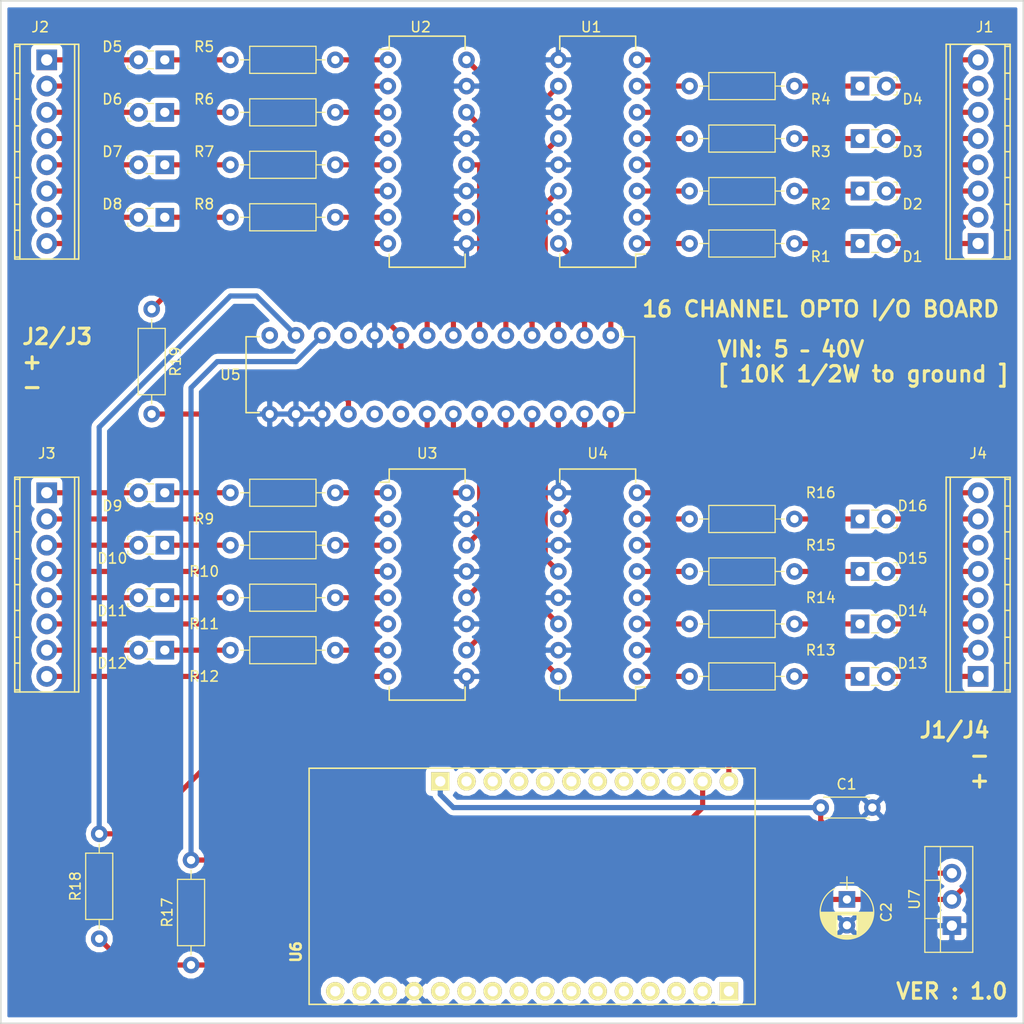
<source format=kicad_pcb>
(kicad_pcb (version 4) (host pcbnew 4.0.7)
  (layers (0 F.Cu signal) (31 B.Cu signal) (34 B.Paste user) (35 F.Paste user) (36 B.SilkS user) (37 F.SilkS user) (38 B.Mask user) (39 F.Mask user) (44 Edge.Cuts user))
  (net 0 "")
  (net 1 "Net-(D1-Pad1)")
  (net 2 "Net-(D1-Pad2)")
  (net 3 "Net-(D2-Pad1)")
  (net 4 "Net-(D2-Pad2)")
  (net 5 "Net-(D3-Pad1)")
  (net 6 "Net-(D3-Pad2)")
  (net 7 "Net-(D4-Pad1)")
  (net 8 "Net-(D4-Pad2)")
  (net 9 "Net-(R1-Pad1)")
  (net 10 "Net-(R2-Pad1)")
  (net 11 "Net-(R3-Pad1)")
  (net 12 "Net-(R4-Pad1)")
  (net 13 "Net-(J1-Pad2)")
  (net 14 "Net-(J1-Pad4)")
  (net 15 "Net-(J1-Pad6)")
  (net 16 "Net-(J1-Pad8)")
  (net 17 GNDD)
  (net 18 "Net-(U1-Pad10)")
  (net 19 "Net-(U1-Pad12)")
  (net 20 "Net-(U1-Pad14)")
  (net 21 "Net-(U1-Pad16)")
  (net 22 "Net-(R5-Pad1)")
  (net 23 "Net-(J2-Pad2)")
  (net 24 "Net-(R6-Pad1)")
  (net 25 "Net-(J2-Pad4)")
  (net 26 "Net-(R7-Pad1)")
  (net 27 "Net-(J2-Pad6)")
  (net 28 "Net-(R8-Pad1)")
  (net 29 "Net-(J2-Pad8)")
  (net 30 "Net-(U2-Pad10)")
  (net 31 "Net-(U2-Pad12)")
  (net 32 "Net-(U2-Pad14)")
  (net 33 "Net-(U2-Pad16)")
  (net 34 "Net-(R9-Pad1)")
  (net 35 "Net-(J3-Pad2)")
  (net 36 "Net-(R10-Pad1)")
  (net 37 "Net-(J3-Pad4)")
  (net 38 "Net-(R11-Pad1)")
  (net 39 "Net-(J3-Pad6)")
  (net 40 "Net-(R12-Pad1)")
  (net 41 "Net-(J3-Pad8)")
  (net 42 "Net-(U3-Pad10)")
  (net 43 "Net-(U3-Pad12)")
  (net 44 "Net-(U3-Pad14)")
  (net 45 "Net-(U3-Pad16)")
  (net 46 "Net-(R13-Pad1)")
  (net 47 "Net-(J4-Pad2)")
  (net 48 "Net-(R14-Pad1)")
  (net 49 "Net-(J4-Pad4)")
  (net 50 "Net-(R15-Pad1)")
  (net 51 "Net-(J4-Pad6)")
  (net 52 "Net-(R16-Pad1)")
  (net 53 "Net-(J4-Pad8)")
  (net 54 "Net-(U4-Pad10)")
  (net 55 "Net-(U4-Pad12)")
  (net 56 "Net-(U4-Pad14)")
  (net 57 "Net-(U4-Pad16)")
  (net 58 "Net-(D5-Pad1)")
  (net 59 "Net-(D5-Pad2)")
  (net 60 "Net-(D6-Pad1)")
  (net 61 "Net-(D6-Pad2)")
  (net 62 "Net-(D7-Pad1)")
  (net 63 "Net-(D7-Pad2)")
  (net 64 "Net-(D8-Pad1)")
  (net 65 "Net-(D8-Pad2)")
  (net 66 "Net-(D9-Pad1)")
  (net 67 "Net-(D9-Pad2)")
  (net 68 "Net-(D10-Pad1)")
  (net 69 "Net-(D10-Pad2)")
  (net 70 "Net-(D11-Pad1)")
  (net 71 "Net-(D11-Pad2)")
  (net 72 "Net-(D12-Pad1)")
  (net 73 "Net-(D12-Pad2)")
  (net 74 "Net-(D13-Pad1)")
  (net 75 "Net-(D13-Pad2)")
  (net 76 "Net-(D14-Pad1)")
  (net 77 "Net-(D14-Pad2)")
  (net 78 "Net-(D15-Pad1)")
  (net 79 "Net-(D15-Pad2)")
  (net 80 "Net-(D16-Pad1)")
  (net 81 "Net-(D16-Pad2)")
  (net 82 "Net-(R17-Pad2)")
  (net 83 "Net-(R18-Pad2)")
  (net 84 "Net-(U5-Pad19)")
  (net 85 "Net-(U5-Pad20)")
  (net 86 "Net-(U6-Pad15)")
  (net 87 "Net-(U6-Pad13)")
  (net 88 "Net-(U6-Pad10)")
  (net 89 "Net-(U6-Pad9)")
  (net 90 "Net-(U6-Pad8)")
  (net 91 "Net-(U6-Pad7)")
  (net 92 "Net-(U6-Pad6)")
  (net 93 "Net-(U6-Pad5)")
  (net 94 "Net-(U6-Pad4)")
  (net 95 "Net-(U6-Pad3)")
  (net 96 "Net-(U6-Pad2)")
  (net 97 "Net-(U6-Pad18)")
  (net 98 "Net-(U6-Pad17)")
  (net 99 "Net-(U6-Pad19)")
  (net 100 "Net-(U6-Pad20)")
  (net 101 "Net-(U6-Pad21)")
  (net 102 "Net-(U6-Pad22)")
  (net 103 "Net-(U6-Pad23)")
  (net 104 "Net-(U6-Pad24)")
  (net 105 "Net-(U6-Pad25)")
  (net 106 "Net-(U6-Pad26)")
  (net 107 "Net-(U6-Pad27)")
  (net 108 "Net-(R19-Pad2)")
  (net 109 "Net-(C1-Pad1)")
  (net 110 "Net-(C2-Pad1)")
  (net 111 "Net-(U6-Pad14)")
  (module Sockets:ADAFRUIT_FEATHER (layer F.Cu) (at 91.44 125.73)
    (fp_text reference U6 (at -22.86 6.35 90) (layer F.SilkS) (effects (font (thickness 0.25))))
    (fp_text value esp_32_board hide)
    (pad 13 thru_hole circle (at -19.05 10.16) (size 1.778 1.778) (drill 0.9906) (layers *.Cu *.Mask F.SilkS) (net 87 "Net-(U6-Pad13)"))
    (pad 14 thru_hole circle (at -16.51 10.16) (size 1.778 1.778) (drill 0.9906) (layers *.Cu *.Mask F.SilkS) (net 111 "Net-(U6-Pad14)"))
    (pad 15 thru_hole circle (at -13.97 10.16) (size 1.778 1.778) (drill 0.9906) (layers *.Cu *.Mask F.SilkS) (net 86 "Net-(U6-Pad15)"))
    (pad 16 thru_hole circle (at -11.43 10.16) (size 1.778 1.778) (drill 0.9906) (layers *.Cu *.Mask F.SilkS) (net 17 GNDD))
    (pad 17 thru_hole circle (at -8.89 10.16) (size 1.778 1.778) (drill 0.9906) (layers *.Cu *.Mask F.SilkS) (net 98 "Net-(U6-Pad17)"))
    (pad 18 thru_hole circle (at -6.35 10.16) (size 1.778 1.778) (drill 0.9906) (layers *.Cu *.Mask F.SilkS) (net 97 "Net-(U6-Pad18)"))
    (pad 19 thru_hole circle (at -3.81 10.16) (size 1.778 1.778) (drill 0.9906) (layers *.Cu *.Mask F.SilkS) (net 99 "Net-(U6-Pad19)"))
    (pad 20 thru_hole circle (at -1.27 10.16) (size 1.778 1.778) (drill 0.9906) (layers *.Cu *.Mask F.SilkS) (net 100 "Net-(U6-Pad20)"))
    (pad 21 thru_hole circle (at 1.27 10.16) (size 1.778 1.778) (drill 0.9906) (layers *.Cu *.Mask F.SilkS) (net 101 "Net-(U6-Pad21)"))
    (pad 22 thru_hole circle (at 3.81 10.16) (size 1.778 1.778) (drill 0.9906) (layers *.Cu *.Mask F.SilkS) (net 102 "Net-(U6-Pad22)"))
    (pad 23 thru_hole circle (at 6.35 10.16) (size 1.778 1.778) (drill 0.9906) (layers *.Cu *.Mask F.SilkS) (net 103 "Net-(U6-Pad23)"))
    (pad 24 thru_hole circle (at 8.89 10.16) (size 1.778 1.778) (drill 0.9906) (layers *.Cu *.Mask F.SilkS) (net 104 "Net-(U6-Pad24)"))
    (pad 25 thru_hole circle (at 11.43 10.16) (size 1.778 1.778) (drill 0.9906) (layers *.Cu *.Mask F.SilkS) (net 105 "Net-(U6-Pad25)"))
    (pad 26 thru_hole circle (at 13.97 10.16) (size 1.778 1.778) (drill 0.9906) (layers *.Cu *.Mask F.SilkS) (net 106 "Net-(U6-Pad26)"))
    (pad 27 thru_hole circle (at 16.51 10.16) (size 1.778 1.778) (drill 0.9906) (layers *.Cu *.Mask F.SilkS) (net 107 "Net-(U6-Pad27)"))
    (pad 28 thru_hole rect (at 19.05 10.16) (size 1.778 1.778) (drill 0.9906) (layers *.Cu *.Mask F.SilkS))
    (pad 2 thru_hole circle (at -6.35 -10.16) (size 1.778 1.778) (drill 0.9906) (layers *.Cu *.Mask F.SilkS) (net 96 "Net-(U6-Pad2)"))
    (pad 1 thru_hole rect (at -8.89 -10.16) (size 1.778 1.778) (drill 0.9906) (layers *.Cu *.Mask F.SilkS) (net 109 "Net-(C1-Pad1)"))
    (pad 3 thru_hole circle (at -3.81 -10.16) (size 1.778 1.778) (drill 0.9906) (layers *.Cu *.Mask F.SilkS) (net 95 "Net-(U6-Pad3)"))
    (pad 4 thru_hole circle (at -1.27 -10.16) (size 1.778 1.778) (drill 0.9906) (layers *.Cu *.Mask F.SilkS) (net 94 "Net-(U6-Pad4)"))
    (pad 5 thru_hole circle (at 1.27 -10.16) (size 1.778 1.778) (drill 0.9906) (layers *.Cu *.Mask F.SilkS) (net 93 "Net-(U6-Pad5)"))
    (pad 6 thru_hole circle (at 3.81 -10.16) (size 1.778 1.778) (drill 0.9906) (layers *.Cu *.Mask F.SilkS) (net 92 "Net-(U6-Pad6)"))
    (pad 7 thru_hole circle (at 6.35 -10.16) (size 1.778 1.778) (drill 0.9906) (layers *.Cu *.Mask F.SilkS) (net 91 "Net-(U6-Pad7)"))
    (pad 8 thru_hole circle (at 8.89 -10.16) (size 1.778 1.778) (drill 0.9906) (layers *.Cu *.Mask F.SilkS) (net 90 "Net-(U6-Pad8)"))
    (pad 9 thru_hole circle (at 11.43 -10.16) (size 1.778 1.778) (drill 0.9906) (layers *.Cu *.Mask F.SilkS) (net 89 "Net-(U6-Pad9)"))
    (pad 10 thru_hole circle (at 13.97 -10.16) (size 1.778 1.778) (drill 0.9906) (layers *.Cu *.Mask F.SilkS) (net 88 "Net-(U6-Pad10)"))
    (pad 11 thru_hole circle (at 16.51 -10.16) (size 1.778 1.778) (drill 0.9906) (layers *.Cu *.Mask F.SilkS) (net 82 "Net-(R17-Pad2)"))
    (pad 12 thru_hole circle (at 19.05 -10.16) (size 1.778 1.778) (drill 0.9906) (layers *.Cu *.Mask F.SilkS) (net 83 "Net-(R18-Pad2)"))
  )
  (module Housings_DIP:DIP-16_W7.62mm (layer F.Cu) (at 101.6 63.5 180)
    (fp_text reference U1 (at 4.445 20.955 180) (layer F.SilkS))
    (fp_text value LTV-847)
    (pad 1 thru_hole oval (at 0 0 180) (size 1.6 1.6) (drill 0.8) (layers *.Cu *.Mask) (net 9 "Net-(R1-Pad1)"))
    (pad 2 thru_hole oval (at 0 2.54 180) (size 1.6 1.6) (drill 0.8) (layers *.Cu *.Mask) (net 13 "Net-(J1-Pad2)"))
    (pad 3 thru_hole oval (at 0 5.08 180) (size 1.6 1.6) (drill 0.8) (layers *.Cu *.Mask) (net 10 "Net-(R2-Pad1)"))
    (pad 4 thru_hole oval (at 0 7.62 180) (size 1.6 1.6) (drill 0.8) (layers *.Cu *.Mask) (net 14 "Net-(J1-Pad4)"))
    (pad 5 thru_hole oval (at 0 10.16 180) (size 1.6 1.6) (drill 0.8) (layers *.Cu *.Mask) (net 11 "Net-(R3-Pad1)"))
    (pad 6 thru_hole oval (at 0 12.7 180) (size 1.6 1.6) (drill 0.8) (layers *.Cu *.Mask) (net 15 "Net-(J1-Pad6)"))
    (pad 7 thru_hole oval (at 0 15.24 180) (size 1.6 1.6) (drill 0.8) (layers *.Cu *.Mask) (net 12 "Net-(R4-Pad1)"))
    (pad 8 thru_hole oval (at 0 17.78 180) (size 1.6 1.6) (drill 0.8) (layers *.Cu *.Mask) (net 16 "Net-(J1-Pad8)"))
    (pad 9 thru_hole oval (at 7.62 17.78 180) (size 1.6 1.6) (drill 0.8) (layers *.Cu *.Mask) (net 17 GNDD))
    (pad 10 thru_hole oval (at 7.62 15.24 180) (size 1.6 1.6) (drill 0.8) (layers *.Cu *.Mask) (net 18 "Net-(U1-Pad10)"))
    (pad 11 thru_hole oval (at 7.62 12.7 180) (size 1.6 1.6) (drill 0.8) (layers *.Cu *.Mask) (net 17 GNDD))
    (pad 12 thru_hole oval (at 7.62 10.16 180) (size 1.6 1.6) (drill 0.8) (layers *.Cu *.Mask) (net 19 "Net-(U1-Pad12)"))
    (pad 13 thru_hole oval (at 7.62 7.62 180) (size 1.6 1.6) (drill 0.8) (layers *.Cu *.Mask) (net 17 GNDD))
    (pad 14 thru_hole oval (at 7.62 5.08 180) (size 1.6 1.6) (drill 0.8) (layers *.Cu *.Mask) (net 20 "Net-(U1-Pad14)"))
    (pad 15 thru_hole oval (at 7.62 2.54 180) (size 1.6 1.6) (drill 0.8) (layers *.Cu *.Mask) (net 17 GNDD))
    (pad 16 thru_hole oval (at 7.62 0 180) (size 1.6 1.6) (drill 0.8) (layers *.Cu *.Mask) (net 21 "Net-(U1-Pad16)"))
  )
  (module LEDs:LED_SideEmitter_Rectangular_W4.5mm_H1.6mm (layer F.Cu) (at 123.19 63.5)
    (fp_text reference D1 (at 5.08 1.27) (layer F.SilkS))
    (fp_text value LED)
    (pad 1 thru_hole rect (at 0 0) (size 1.8 1.8) (drill 0.9) (layers *.Cu *.Mask) (net 1 "Net-(D1-Pad1)"))
    (pad 2 thru_hole circle (at 2.54 0) (size 1.8 1.8) (drill 0.9) (layers *.Cu *.Mask) (net 2 "Net-(D1-Pad2)"))
  )
  (module LEDs:LED_SideEmitter_Rectangular_W4.5mm_H1.6mm (layer F.Cu) (at 123.19 58.42)
    (fp_text reference D2 (at 5.08 1.27) (layer F.SilkS))
    (fp_text value LED)
    (pad 1 thru_hole rect (at 0 0) (size 1.8 1.8) (drill 0.9) (layers *.Cu *.Mask) (net 3 "Net-(D2-Pad1)"))
    (pad 2 thru_hole circle (at 2.54 0) (size 1.8 1.8) (drill 0.9) (layers *.Cu *.Mask) (net 4 "Net-(D2-Pad2)"))
  )
  (module LEDs:LED_SideEmitter_Rectangular_W4.5mm_H1.6mm (layer F.Cu) (at 123.19 53.34)
    (fp_text reference D3 (at 5.08 1.27) (layer F.SilkS))
    (fp_text value LED)
    (pad 1 thru_hole rect (at 0 0) (size 1.8 1.8) (drill 0.9) (layers *.Cu *.Mask) (net 5 "Net-(D3-Pad1)"))
    (pad 2 thru_hole circle (at 2.54 0) (size 1.8 1.8) (drill 0.9) (layers *.Cu *.Mask) (net 6 "Net-(D3-Pad2)"))
  )
  (module LEDs:LED_SideEmitter_Rectangular_W4.5mm_H1.6mm (layer F.Cu) (at 123.19 48.26)
    (fp_text reference D4 (at 5.08 1.27) (layer F.SilkS))
    (fp_text value LED)
    (pad 1 thru_hole rect (at 0 0) (size 1.8 1.8) (drill 0.9) (layers *.Cu *.Mask) (net 7 "Net-(D4-Pad1)"))
    (pad 2 thru_hole circle (at 2.54 0) (size 1.8 1.8) (drill 0.9) (layers *.Cu *.Mask) (net 8 "Net-(D4-Pad2)"))
  )
  (module Housings_DIP:DIP-16_W7.62mm (layer F.Cu) (at 77.47 45.72)
    (fp_text reference U2 (at 3.175 -3.175) (layer F.SilkS))
    (fp_text value LTV-847)
    (pad 1 thru_hole oval (at 0 0) (size 1.6 1.6) (drill 0.8) (layers *.Cu *.Mask) (net 22 "Net-(R5-Pad1)"))
    (pad 2 thru_hole oval (at 0 2.54) (size 1.6 1.6) (drill 0.8) (layers *.Cu *.Mask) (net 23 "Net-(J2-Pad2)"))
    (pad 3 thru_hole oval (at 0 5.08) (size 1.6 1.6) (drill 0.8) (layers *.Cu *.Mask) (net 24 "Net-(R6-Pad1)"))
    (pad 4 thru_hole oval (at 0 7.62) (size 1.6 1.6) (drill 0.8) (layers *.Cu *.Mask) (net 25 "Net-(J2-Pad4)"))
    (pad 5 thru_hole oval (at 0 10.16) (size 1.6 1.6) (drill 0.8) (layers *.Cu *.Mask) (net 26 "Net-(R7-Pad1)"))
    (pad 6 thru_hole oval (at 0 12.7) (size 1.6 1.6) (drill 0.8) (layers *.Cu *.Mask) (net 27 "Net-(J2-Pad6)"))
    (pad 7 thru_hole oval (at 0 15.24) (size 1.6 1.6) (drill 0.8) (layers *.Cu *.Mask) (net 28 "Net-(R8-Pad1)"))
    (pad 8 thru_hole oval (at 0 17.78) (size 1.6 1.6) (drill 0.8) (layers *.Cu *.Mask) (net 29 "Net-(J2-Pad8)"))
    (pad 9 thru_hole oval (at 7.62 17.78) (size 1.6 1.6) (drill 0.8) (layers *.Cu *.Mask) (net 17 GNDD))
    (pad 10 thru_hole oval (at 7.62 15.24) (size 1.6 1.6) (drill 0.8) (layers *.Cu *.Mask) (net 30 "Net-(U2-Pad10)"))
    (pad 11 thru_hole oval (at 7.62 12.7) (size 1.6 1.6) (drill 0.8) (layers *.Cu *.Mask) (net 17 GNDD))
    (pad 12 thru_hole oval (at 7.62 10.16) (size 1.6 1.6) (drill 0.8) (layers *.Cu *.Mask) (net 31 "Net-(U2-Pad12)"))
    (pad 13 thru_hole oval (at 7.62 7.62) (size 1.6 1.6) (drill 0.8) (layers *.Cu *.Mask) (net 17 GNDD))
    (pad 14 thru_hole oval (at 7.62 5.08) (size 1.6 1.6) (drill 0.8) (layers *.Cu *.Mask) (net 32 "Net-(U2-Pad14)"))
    (pad 15 thru_hole oval (at 7.62 2.54) (size 1.6 1.6) (drill 0.8) (layers *.Cu *.Mask) (net 17 GNDD))
    (pad 16 thru_hole oval (at 7.62 0) (size 1.6 1.6) (drill 0.8) (layers *.Cu *.Mask) (net 33 "Net-(U2-Pad16)"))
  )
  (module Housings_DIP:DIP-16_W7.62mm (layer F.Cu) (at 77.47 87.63)
    (fp_text reference U3 (at 3.81 -3.81) (layer F.SilkS))
    (fp_text value LTV-847)
    (pad 1 thru_hole oval (at 0 0) (size 1.6 1.6) (drill 0.8) (layers *.Cu *.Mask) (net 34 "Net-(R9-Pad1)"))
    (pad 2 thru_hole oval (at 0 2.54) (size 1.6 1.6) (drill 0.8) (layers *.Cu *.Mask) (net 35 "Net-(J3-Pad2)"))
    (pad 3 thru_hole oval (at 0 5.08) (size 1.6 1.6) (drill 0.8) (layers *.Cu *.Mask) (net 36 "Net-(R10-Pad1)"))
    (pad 4 thru_hole oval (at 0 7.62) (size 1.6 1.6) (drill 0.8) (layers *.Cu *.Mask) (net 37 "Net-(J3-Pad4)"))
    (pad 5 thru_hole oval (at 0 10.16) (size 1.6 1.6) (drill 0.8) (layers *.Cu *.Mask) (net 38 "Net-(R11-Pad1)"))
    (pad 6 thru_hole oval (at 0 12.7) (size 1.6 1.6) (drill 0.8) (layers *.Cu *.Mask) (net 39 "Net-(J3-Pad6)"))
    (pad 7 thru_hole oval (at 0 15.24) (size 1.6 1.6) (drill 0.8) (layers *.Cu *.Mask) (net 40 "Net-(R12-Pad1)"))
    (pad 8 thru_hole oval (at 0 17.78) (size 1.6 1.6) (drill 0.8) (layers *.Cu *.Mask) (net 41 "Net-(J3-Pad8)"))
    (pad 9 thru_hole oval (at 7.62 17.78) (size 1.6 1.6) (drill 0.8) (layers *.Cu *.Mask) (net 17 GNDD))
    (pad 10 thru_hole oval (at 7.62 15.24) (size 1.6 1.6) (drill 0.8) (layers *.Cu *.Mask) (net 42 "Net-(U3-Pad10)"))
    (pad 11 thru_hole oval (at 7.62 12.7) (size 1.6 1.6) (drill 0.8) (layers *.Cu *.Mask) (net 17 GNDD))
    (pad 12 thru_hole oval (at 7.62 10.16) (size 1.6 1.6) (drill 0.8) (layers *.Cu *.Mask) (net 43 "Net-(U3-Pad12)"))
    (pad 13 thru_hole oval (at 7.62 7.62) (size 1.6 1.6) (drill 0.8) (layers *.Cu *.Mask) (net 17 GNDD))
    (pad 14 thru_hole oval (at 7.62 5.08) (size 1.6 1.6) (drill 0.8) (layers *.Cu *.Mask) (net 44 "Net-(U3-Pad14)"))
    (pad 15 thru_hole oval (at 7.62 2.54) (size 1.6 1.6) (drill 0.8) (layers *.Cu *.Mask) (net 17 GNDD))
    (pad 16 thru_hole oval (at 7.62 0) (size 1.6 1.6) (drill 0.8) (layers *.Cu *.Mask) (net 45 "Net-(U3-Pad16)"))
  )
  (module Housings_DIP:DIP-16_W7.62mm (layer F.Cu) (at 101.6 105.41 180)
    (fp_text reference U4 (at 3.81 21.59 180) (layer F.SilkS))
    (fp_text value LTV-847)
    (pad 1 thru_hole oval (at 0 0 180) (size 1.6 1.6) (drill 0.8) (layers *.Cu *.Mask) (net 46 "Net-(R13-Pad1)"))
    (pad 2 thru_hole oval (at 0 2.54 180) (size 1.6 1.6) (drill 0.8) (layers *.Cu *.Mask) (net 47 "Net-(J4-Pad2)"))
    (pad 3 thru_hole oval (at 0 5.08 180) (size 1.6 1.6) (drill 0.8) (layers *.Cu *.Mask) (net 48 "Net-(R14-Pad1)"))
    (pad 4 thru_hole oval (at 0 7.62 180) (size 1.6 1.6) (drill 0.8) (layers *.Cu *.Mask) (net 49 "Net-(J4-Pad4)"))
    (pad 5 thru_hole oval (at 0 10.16 180) (size 1.6 1.6) (drill 0.8) (layers *.Cu *.Mask) (net 50 "Net-(R15-Pad1)"))
    (pad 6 thru_hole oval (at 0 12.7 180) (size 1.6 1.6) (drill 0.8) (layers *.Cu *.Mask) (net 51 "Net-(J4-Pad6)"))
    (pad 7 thru_hole oval (at 0 15.24 180) (size 1.6 1.6) (drill 0.8) (layers *.Cu *.Mask) (net 52 "Net-(R16-Pad1)"))
    (pad 8 thru_hole oval (at 0 17.78 180) (size 1.6 1.6) (drill 0.8) (layers *.Cu *.Mask) (net 53 "Net-(J4-Pad8)"))
    (pad 9 thru_hole oval (at 7.62 17.78 180) (size 1.6 1.6) (drill 0.8) (layers *.Cu *.Mask) (net 17 GNDD))
    (pad 10 thru_hole oval (at 7.62 15.24 180) (size 1.6 1.6) (drill 0.8) (layers *.Cu *.Mask) (net 54 "Net-(U4-Pad10)"))
    (pad 11 thru_hole oval (at 7.62 12.7 180) (size 1.6 1.6) (drill 0.8) (layers *.Cu *.Mask) (net 17 GNDD))
    (pad 12 thru_hole oval (at 7.62 10.16 180) (size 1.6 1.6) (drill 0.8) (layers *.Cu *.Mask) (net 55 "Net-(U4-Pad12)"))
    (pad 13 thru_hole oval (at 7.62 7.62 180) (size 1.6 1.6) (drill 0.8) (layers *.Cu *.Mask) (net 17 GNDD))
    (pad 14 thru_hole oval (at 7.62 5.08 180) (size 1.6 1.6) (drill 0.8) (layers *.Cu *.Mask) (net 56 "Net-(U4-Pad14)"))
    (pad 15 thru_hole oval (at 7.62 2.54 180) (size 1.6 1.6) (drill 0.8) (layers *.Cu *.Mask) (net 17 GNDD))
    (pad 16 thru_hole oval (at 7.62 0 180) (size 1.6 1.6) (drill 0.8) (layers *.Cu *.Mask) (net 57 "Net-(U4-Pad16)"))
  )
  (module LEDs:LED_SideEmitter_Rectangular_W4.5mm_H1.6mm (layer F.Cu) (at 55.88 45.72 180)
    (fp_text reference D5 (at 5.08 1.27 180) (layer F.SilkS))
    (fp_text value LED)
    (pad 1 thru_hole rect (at 0 0 180) (size 1.8 1.8) (drill 0.9) (layers *.Cu *.Mask) (net 58 "Net-(D5-Pad1)"))
    (pad 2 thru_hole circle (at 2.54 0 180) (size 1.8 1.8) (drill 0.9) (layers *.Cu *.Mask) (net 59 "Net-(D5-Pad2)"))
  )
  (module LEDs:LED_SideEmitter_Rectangular_W4.5mm_H1.6mm (layer F.Cu) (at 55.88 50.8 180)
    (fp_text reference D6 (at 5.08 1.27 180) (layer F.SilkS))
    (fp_text value LED)
    (pad 1 thru_hole rect (at 0 0 180) (size 1.8 1.8) (drill 0.9) (layers *.Cu *.Mask) (net 60 "Net-(D6-Pad1)"))
    (pad 2 thru_hole circle (at 2.54 0 180) (size 1.8 1.8) (drill 0.9) (layers *.Cu *.Mask) (net 61 "Net-(D6-Pad2)"))
  )
  (module LEDs:LED_SideEmitter_Rectangular_W4.5mm_H1.6mm (layer F.Cu) (at 55.88 55.88 180)
    (fp_text reference D7 (at 5.08 1.27 180) (layer F.SilkS))
    (fp_text value LED)
    (pad 1 thru_hole rect (at 0 0 180) (size 1.8 1.8) (drill 0.9) (layers *.Cu *.Mask) (net 62 "Net-(D7-Pad1)"))
    (pad 2 thru_hole circle (at 2.54 0 180) (size 1.8 1.8) (drill 0.9) (layers *.Cu *.Mask) (net 63 "Net-(D7-Pad2)"))
  )
  (module LEDs:LED_SideEmitter_Rectangular_W4.5mm_H1.6mm (layer F.Cu) (at 55.88 60.96 180)
    (fp_text reference D8 (at 5.08 1.27 180) (layer F.SilkS))
    (fp_text value LED)
    (pad 1 thru_hole rect (at 0 0 180) (size 1.8 1.8) (drill 0.9) (layers *.Cu *.Mask) (net 64 "Net-(D8-Pad1)"))
    (pad 2 thru_hole circle (at 2.54 0 180) (size 1.8 1.8) (drill 0.9) (layers *.Cu *.Mask) (net 65 "Net-(D8-Pad2)"))
  )
  (module LEDs:LED_SideEmitter_Rectangular_W4.5mm_H1.6mm (layer F.Cu) (at 55.88 87.63 180)
    (fp_text reference D9 (at 5.08 -1.27 180) (layer F.SilkS))
    (fp_text value LED)
    (pad 1 thru_hole rect (at 0 0 180) (size 1.8 1.8) (drill 0.9) (layers *.Cu *.Mask) (net 66 "Net-(D9-Pad1)"))
    (pad 2 thru_hole circle (at 2.54 0 180) (size 1.8 1.8) (drill 0.9) (layers *.Cu *.Mask) (net 67 "Net-(D9-Pad2)"))
  )
  (module LEDs:LED_SideEmitter_Rectangular_W4.5mm_H1.6mm (layer F.Cu) (at 55.88 92.71 180)
    (fp_text reference D10 (at 5.08 -1.27 180) (layer F.SilkS))
    (fp_text value LED)
    (pad 1 thru_hole rect (at 0 0 180) (size 1.8 1.8) (drill 0.9) (layers *.Cu *.Mask) (net 68 "Net-(D10-Pad1)"))
    (pad 2 thru_hole circle (at 2.54 0 180) (size 1.8 1.8) (drill 0.9) (layers *.Cu *.Mask) (net 69 "Net-(D10-Pad2)"))
  )
  (module LEDs:LED_SideEmitter_Rectangular_W4.5mm_H1.6mm (layer F.Cu) (at 55.88 97.79 180)
    (fp_text reference D11 (at 5.08 -1.27 180) (layer F.SilkS))
    (fp_text value LED)
    (pad 1 thru_hole rect (at 0 0 180) (size 1.8 1.8) (drill 0.9) (layers *.Cu *.Mask) (net 70 "Net-(D11-Pad1)"))
    (pad 2 thru_hole circle (at 2.54 0 180) (size 1.8 1.8) (drill 0.9) (layers *.Cu *.Mask) (net 71 "Net-(D11-Pad2)"))
  )
  (module LEDs:LED_SideEmitter_Rectangular_W4.5mm_H1.6mm (layer F.Cu) (at 55.88 102.87 180)
    (fp_text reference D12 (at 5.08 -1.27 180) (layer F.SilkS))
    (fp_text value LED)
    (pad 1 thru_hole rect (at 0 0 180) (size 1.8 1.8) (drill 0.9) (layers *.Cu *.Mask) (net 72 "Net-(D12-Pad1)"))
    (pad 2 thru_hole circle (at 2.54 0 180) (size 1.8 1.8) (drill 0.9) (layers *.Cu *.Mask) (net 73 "Net-(D12-Pad2)"))
  )
  (module LEDs:LED_SideEmitter_Rectangular_W4.5mm_H1.6mm (layer F.Cu) (at 123.19 105.41)
    (fp_text reference D13 (at 5.08 -1.27) (layer F.SilkS))
    (fp_text value LED)
    (pad 1 thru_hole rect (at 0 0) (size 1.8 1.8) (drill 0.9) (layers *.Cu *.Mask) (net 74 "Net-(D13-Pad1)"))
    (pad 2 thru_hole circle (at 2.54 0) (size 1.8 1.8) (drill 0.9) (layers *.Cu *.Mask) (net 75 "Net-(D13-Pad2)"))
  )
  (module LEDs:LED_SideEmitter_Rectangular_W4.5mm_H1.6mm (layer F.Cu) (at 123.19 100.33)
    (fp_text reference D14 (at 5.08 -1.27) (layer F.SilkS))
    (fp_text value LED)
    (pad 1 thru_hole rect (at 0 0) (size 1.8 1.8) (drill 0.9) (layers *.Cu *.Mask) (net 76 "Net-(D14-Pad1)"))
    (pad 2 thru_hole circle (at 2.54 0) (size 1.8 1.8) (drill 0.9) (layers *.Cu *.Mask) (net 77 "Net-(D14-Pad2)"))
  )
  (module LEDs:LED_SideEmitter_Rectangular_W4.5mm_H1.6mm (layer F.Cu) (at 123.19 95.25)
    (fp_text reference D15 (at 5.08 -1.27) (layer F.SilkS))
    (fp_text value LED)
    (pad 1 thru_hole rect (at 0 0) (size 1.8 1.8) (drill 0.9) (layers *.Cu *.Mask) (net 78 "Net-(D15-Pad1)"))
    (pad 2 thru_hole circle (at 2.54 0) (size 1.8 1.8) (drill 0.9) (layers *.Cu *.Mask) (net 79 "Net-(D15-Pad2)"))
  )
  (module LEDs:LED_SideEmitter_Rectangular_W4.5mm_H1.6mm (layer F.Cu) (at 123.19 90.17)
    (fp_text reference D16 (at 5.08 -1.27) (layer F.SilkS))
    (fp_text value LED)
    (pad 1 thru_hole rect (at 0 0) (size 1.8 1.8) (drill 0.9) (layers *.Cu *.Mask) (net 80 "Net-(D16-Pad1)"))
    (pad 2 thru_hole circle (at 2.54 0) (size 1.8 1.8) (drill 0.9) (layers *.Cu *.Mask) (net 81 "Net-(D16-Pad2)"))
  )
  (module Connectors_Terminal_Blocks:TerminalBlock_Pheonix_MPT-2.54mm_8pol (layer F.Cu) (at 134.62 63.5 90)
    (fp_text reference J1 (at 20.955 0.635 180) (layer F.SilkS))
    (fp_text value Screw_Terminal_01x08)
    (pad 4 thru_hole oval (at 7.62 0 270) (size 1.99898 1.99898) (drill 1.09728) (layers *.Cu *.Mask) (net 14 "Net-(J1-Pad4)"))
    (pad 1 thru_hole rect (at 0 0 270) (size 1.99898 1.99898) (drill 1.09728) (layers *.Cu *.Mask) (net 2 "Net-(D1-Pad2)"))
    (pad 2 thru_hole oval (at 2.54 0 270) (size 1.99898 1.99898) (drill 1.09728) (layers *.Cu *.Mask) (net 13 "Net-(J1-Pad2)"))
    (pad 3 thru_hole oval (at 5.08 0 270) (size 1.99898 1.99898) (drill 1.09728) (layers *.Cu *.Mask) (net 4 "Net-(D2-Pad2)"))
    (pad 5 thru_hole oval (at 10.16 0 270) (size 1.99898 1.99898) (drill 1.09728) (layers *.Cu *.Mask) (net 6 "Net-(D3-Pad2)"))
    (pad 6 thru_hole oval (at 12.7 0 270) (size 1.99898 1.99898) (drill 1.09728) (layers *.Cu *.Mask) (net 15 "Net-(J1-Pad6)"))
    (pad 7 thru_hole oval (at 15.24 0 270) (size 1.99898 1.99898) (drill 1.09728) (layers *.Cu *.Mask) (net 8 "Net-(D4-Pad2)"))
    (pad 8 thru_hole oval (at 17.78 0 270) (size 1.99898 1.99898) (drill 1.09728) (layers *.Cu *.Mask) (net 16 "Net-(J1-Pad8)"))
  )
  (module Connectors_Terminal_Blocks:TerminalBlock_Pheonix_MPT-2.54mm_8pol (layer F.Cu) (at 44.45 45.72 270)
    (fp_text reference J2 (at -3.175 0.635 360) (layer F.SilkS))
    (fp_text value Screw_Terminal_01x08)
    (pad 4 thru_hole oval (at 7.62 0 90) (size 1.99898 1.99898) (drill 1.09728) (layers *.Cu *.Mask) (net 25 "Net-(J2-Pad4)"))
    (pad 1 thru_hole rect (at 0 0 90) (size 1.99898 1.99898) (drill 1.09728) (layers *.Cu *.Mask) (net 59 "Net-(D5-Pad2)"))
    (pad 2 thru_hole oval (at 2.54 0 90) (size 1.99898 1.99898) (drill 1.09728) (layers *.Cu *.Mask) (net 23 "Net-(J2-Pad2)"))
    (pad 3 thru_hole oval (at 5.08 0 90) (size 1.99898 1.99898) (drill 1.09728) (layers *.Cu *.Mask) (net 61 "Net-(D6-Pad2)"))
    (pad 5 thru_hole oval (at 10.16 0 90) (size 1.99898 1.99898) (drill 1.09728) (layers *.Cu *.Mask) (net 63 "Net-(D7-Pad2)"))
    (pad 6 thru_hole oval (at 12.7 0 90) (size 1.99898 1.99898) (drill 1.09728) (layers *.Cu *.Mask) (net 27 "Net-(J2-Pad6)"))
    (pad 7 thru_hole oval (at 15.24 0 90) (size 1.99898 1.99898) (drill 1.09728) (layers *.Cu *.Mask) (net 65 "Net-(D8-Pad2)"))
    (pad 8 thru_hole oval (at 17.78 0 90) (size 1.99898 1.99898) (drill 1.09728) (layers *.Cu *.Mask) (net 29 "Net-(J2-Pad8)"))
  )
  (module Connectors_Terminal_Blocks:TerminalBlock_Pheonix_MPT-2.54mm_8pol (layer F.Cu) (at 44.45 87.63 270)
    (fp_text reference J3 (at -3.81 0 360) (layer F.SilkS))
    (fp_text value Screw_Terminal_01x08)
    (pad 4 thru_hole oval (at 7.62 0 90) (size 1.99898 1.99898) (drill 1.09728) (layers *.Cu *.Mask) (net 37 "Net-(J3-Pad4)"))
    (pad 1 thru_hole rect (at 0 0 90) (size 1.99898 1.99898) (drill 1.09728) (layers *.Cu *.Mask) (net 67 "Net-(D9-Pad2)"))
    (pad 2 thru_hole oval (at 2.54 0 90) (size 1.99898 1.99898) (drill 1.09728) (layers *.Cu *.Mask) (net 35 "Net-(J3-Pad2)"))
    (pad 3 thru_hole oval (at 5.08 0 90) (size 1.99898 1.99898) (drill 1.09728) (layers *.Cu *.Mask) (net 69 "Net-(D10-Pad2)"))
    (pad 5 thru_hole oval (at 10.16 0 90) (size 1.99898 1.99898) (drill 1.09728) (layers *.Cu *.Mask) (net 71 "Net-(D11-Pad2)"))
    (pad 6 thru_hole oval (at 12.7 0 90) (size 1.99898 1.99898) (drill 1.09728) (layers *.Cu *.Mask) (net 39 "Net-(J3-Pad6)"))
    (pad 7 thru_hole oval (at 15.24 0 90) (size 1.99898 1.99898) (drill 1.09728) (layers *.Cu *.Mask) (net 73 "Net-(D12-Pad2)"))
    (pad 8 thru_hole oval (at 17.78 0 90) (size 1.99898 1.99898) (drill 1.09728) (layers *.Cu *.Mask) (net 41 "Net-(J3-Pad8)"))
  )
  (module Connectors_Terminal_Blocks:TerminalBlock_Pheonix_MPT-2.54mm_8pol (layer F.Cu) (at 134.62 105.41 90)
    (fp_text reference J4 (at 21.59 0 180) (layer F.SilkS))
    (fp_text value Screw_Terminal_01x08)
    (pad 4 thru_hole oval (at 7.62 0 270) (size 1.99898 1.99898) (drill 1.09728) (layers *.Cu *.Mask) (net 49 "Net-(J4-Pad4)"))
    (pad 1 thru_hole rect (at 0 0 270) (size 1.99898 1.99898) (drill 1.09728) (layers *.Cu *.Mask) (net 75 "Net-(D13-Pad2)"))
    (pad 2 thru_hole oval (at 2.54 0 270) (size 1.99898 1.99898) (drill 1.09728) (layers *.Cu *.Mask) (net 47 "Net-(J4-Pad2)"))
    (pad 3 thru_hole oval (at 5.08 0 270) (size 1.99898 1.99898) (drill 1.09728) (layers *.Cu *.Mask) (net 77 "Net-(D14-Pad2)"))
    (pad 5 thru_hole oval (at 10.16 0 270) (size 1.99898 1.99898) (drill 1.09728) (layers *.Cu *.Mask) (net 79 "Net-(D15-Pad2)"))
    (pad 6 thru_hole oval (at 12.7 0 270) (size 1.99898 1.99898) (drill 1.09728) (layers *.Cu *.Mask) (net 51 "Net-(J4-Pad6)"))
    (pad 7 thru_hole oval (at 15.24 0 270) (size 1.99898 1.99898) (drill 1.09728) (layers *.Cu *.Mask) (net 81 "Net-(D16-Pad2)"))
    (pad 8 thru_hole oval (at 17.78 0 270) (size 1.99898 1.99898) (drill 1.09728) (layers *.Cu *.Mask) (net 53 "Net-(J4-Pad8)"))
  )
  (module Housings_DIP:DIP-28_W7.62mm (layer F.Cu) (at 99.06 72.39 270)
    (fp_text reference U5 (at 3.81 36.83 360) (layer F.SilkS))
    (fp_text value MCP23017)
    (pad 1 thru_hole oval (at 0 0 270) (size 1.6 1.6) (drill 0.8) (layers *.Cu *.Mask) (net 21 "Net-(U1-Pad16)"))
    (pad 2 thru_hole oval (at 0 2.54 270) (size 1.6 1.6) (drill 0.8) (layers *.Cu *.Mask) (net 20 "Net-(U1-Pad14)"))
    (pad 3 thru_hole oval (at 0 5.08 270) (size 1.6 1.6) (drill 0.8) (layers *.Cu *.Mask) (net 19 "Net-(U1-Pad12)"))
    (pad 4 thru_hole oval (at 0 7.62 270) (size 1.6 1.6) (drill 0.8) (layers *.Cu *.Mask) (net 18 "Net-(U1-Pad10)"))
    (pad 5 thru_hole oval (at 0 10.16 270) (size 1.6 1.6) (drill 0.8) (layers *.Cu *.Mask) (net 33 "Net-(U2-Pad16)"))
    (pad 6 thru_hole oval (at 0 12.7 270) (size 1.6 1.6) (drill 0.8) (layers *.Cu *.Mask) (net 32 "Net-(U2-Pad14)"))
    (pad 7 thru_hole oval (at 0 15.24 270) (size 1.6 1.6) (drill 0.8) (layers *.Cu *.Mask) (net 31 "Net-(U2-Pad12)"))
    (pad 8 thru_hole oval (at 0 17.78 270) (size 1.6 1.6) (drill 0.8) (layers *.Cu *.Mask) (net 30 "Net-(U2-Pad10)"))
    (pad 9 thru_hole oval (at 0 20.32 270) (size 1.6 1.6) (drill 0.8) (layers *.Cu *.Mask) (net 110 "Net-(C2-Pad1)"))
    (pad 10 thru_hole oval (at 0 22.86 270) (size 1.6 1.6) (drill 0.8) (layers *.Cu *.Mask) (net 17 GNDD))
    (pad 11 thru_hole oval (at 0 25.4 270) (size 1.6 1.6) (drill 0.8) (layers *.Cu *.Mask))
    (pad 12 thru_hole oval (at 0 27.94 270) (size 1.6 1.6) (drill 0.8) (layers *.Cu *.Mask) (net 82 "Net-(R17-Pad2)"))
    (pad 13 thru_hole oval (at 0 30.48 270) (size 1.6 1.6) (drill 0.8) (layers *.Cu *.Mask) (net 83 "Net-(R18-Pad2)"))
    (pad 14 thru_hole oval (at 0 33.02 270) (size 1.6 1.6) (drill 0.8) (layers *.Cu *.Mask))
    (pad 15 thru_hole oval (at 7.62 33.02 270) (size 1.6 1.6) (drill 0.8) (layers *.Cu *.Mask) (net 17 GNDD))
    (pad 16 thru_hole oval (at 7.62 30.48 270) (size 1.6 1.6) (drill 0.8) (layers *.Cu *.Mask) (net 17 GNDD))
    (pad 17 thru_hole oval (at 7.62 27.94 270) (size 1.6 1.6) (drill 0.8) (layers *.Cu *.Mask) (net 17 GNDD))
    (pad 18 thru_hole oval (at 7.62 25.4 270) (size 1.6 1.6) (drill 0.8) (layers *.Cu *.Mask) (net 108 "Net-(R19-Pad2)"))
    (pad 19 thru_hole oval (at 7.62 22.86 270) (size 1.6 1.6) (drill 0.8) (layers *.Cu *.Mask) (net 84 "Net-(U5-Pad19)"))
    (pad 20 thru_hole oval (at 7.62 20.32 270) (size 1.6 1.6) (drill 0.8) (layers *.Cu *.Mask) (net 85 "Net-(U5-Pad20)"))
    (pad 21 thru_hole oval (at 7.62 17.78 270) (size 1.6 1.6) (drill 0.8) (layers *.Cu *.Mask) (net 45 "Net-(U3-Pad16)"))
    (pad 22 thru_hole oval (at 7.62 15.24 270) (size 1.6 1.6) (drill 0.8) (layers *.Cu *.Mask) (net 44 "Net-(U3-Pad14)"))
    (pad 23 thru_hole oval (at 7.62 12.7 270) (size 1.6 1.6) (drill 0.8) (layers *.Cu *.Mask) (net 43 "Net-(U3-Pad12)"))
    (pad 24 thru_hole oval (at 7.62 10.16 270) (size 1.6 1.6) (drill 0.8) (layers *.Cu *.Mask) (net 42 "Net-(U3-Pad10)"))
    (pad 25 thru_hole oval (at 7.62 7.62 270) (size 1.6 1.6) (drill 0.8) (layers *.Cu *.Mask) (net 57 "Net-(U4-Pad16)"))
    (pad 26 thru_hole oval (at 7.62 5.08 270) (size 1.6 1.6) (drill 0.8) (layers *.Cu *.Mask) (net 56 "Net-(U4-Pad14)"))
    (pad 27 thru_hole oval (at 7.62 2.54 270) (size 1.6 1.6) (drill 0.8) (layers *.Cu *.Mask) (net 55 "Net-(U4-Pad12)"))
    (pad 28 thru_hole oval (at 7.62 0 270) (size 1.6 1.6) (drill 0.8) (layers *.Cu *.Mask) (net 54 "Net-(U4-Pad10)"))
  )
  (module Resistors_THT:R_Axial_DIN0207_L6.3mm_D2.5mm_P10.16mm_Horizontal (layer F.Cu) (at 106.68 63.5)
    (fp_text reference R1 (at 12.7 1.27) (layer F.SilkS))
    (fp_text value R)
    (pad 1 thru_hole circle (at 0 0) (size 1.6 1.6) (drill 0.8) (layers *.Cu *.Mask) (net 9 "Net-(R1-Pad1)"))
    (pad 2 thru_hole oval (at 10.16 0) (size 1.6 1.6) (drill 0.8) (layers *.Cu *.Mask) (net 1 "Net-(D1-Pad1)"))
  )
  (module Resistors_THT:R_Axial_DIN0207_L6.3mm_D2.5mm_P10.16mm_Horizontal (layer F.Cu) (at 106.68 58.42)
    (fp_text reference R2 (at 12.7 1.27) (layer F.SilkS))
    (fp_text value R)
    (pad 1 thru_hole circle (at 0 0) (size 1.6 1.6) (drill 0.8) (layers *.Cu *.Mask) (net 10 "Net-(R2-Pad1)"))
    (pad 2 thru_hole oval (at 10.16 0) (size 1.6 1.6) (drill 0.8) (layers *.Cu *.Mask) (net 3 "Net-(D2-Pad1)"))
  )
  (module Resistors_THT:R_Axial_DIN0207_L6.3mm_D2.5mm_P10.16mm_Horizontal (layer F.Cu) (at 106.68 53.34)
    (fp_text reference R3 (at 12.7 1.27) (layer F.SilkS))
    (fp_text value R)
    (pad 1 thru_hole circle (at 0 0) (size 1.6 1.6) (drill 0.8) (layers *.Cu *.Mask) (net 11 "Net-(R3-Pad1)"))
    (pad 2 thru_hole oval (at 10.16 0) (size 1.6 1.6) (drill 0.8) (layers *.Cu *.Mask) (net 5 "Net-(D3-Pad1)"))
  )
  (module Resistors_THT:R_Axial_DIN0207_L6.3mm_D2.5mm_P10.16mm_Horizontal (layer F.Cu) (at 106.68 48.26)
    (fp_text reference R4 (at 12.7 1.27) (layer F.SilkS))
    (fp_text value R)
    (pad 1 thru_hole circle (at 0 0) (size 1.6 1.6) (drill 0.8) (layers *.Cu *.Mask) (net 12 "Net-(R4-Pad1)"))
    (pad 2 thru_hole oval (at 10.16 0) (size 1.6 1.6) (drill 0.8) (layers *.Cu *.Mask) (net 7 "Net-(D4-Pad1)"))
  )
  (module Resistors_THT:R_Axial_DIN0207_L6.3mm_D2.5mm_P10.16mm_Horizontal (layer F.Cu) (at 72.39 45.72 180)
    (fp_text reference R5 (at 12.7 1.27 180) (layer F.SilkS))
    (fp_text value R)
    (pad 1 thru_hole circle (at 0 0 180) (size 1.6 1.6) (drill 0.8) (layers *.Cu *.Mask) (net 22 "Net-(R5-Pad1)"))
    (pad 2 thru_hole oval (at 10.16 0 180) (size 1.6 1.6) (drill 0.8) (layers *.Cu *.Mask) (net 58 "Net-(D5-Pad1)"))
  )
  (module Resistors_THT:R_Axial_DIN0207_L6.3mm_D2.5mm_P10.16mm_Horizontal (layer F.Cu) (at 72.39 50.8 180)
    (fp_text reference R6 (at 12.7 1.27 180) (layer F.SilkS))
    (fp_text value R)
    (pad 1 thru_hole circle (at 0 0 180) (size 1.6 1.6) (drill 0.8) (layers *.Cu *.Mask) (net 24 "Net-(R6-Pad1)"))
    (pad 2 thru_hole oval (at 10.16 0 180) (size 1.6 1.6) (drill 0.8) (layers *.Cu *.Mask) (net 60 "Net-(D6-Pad1)"))
  )
  (module Resistors_THT:R_Axial_DIN0207_L6.3mm_D2.5mm_P10.16mm_Horizontal (layer F.Cu) (at 72.39 55.88 180)
    (fp_text reference R7 (at 12.7 1.27 180) (layer F.SilkS))
    (fp_text value R)
    (pad 1 thru_hole circle (at 0 0 180) (size 1.6 1.6) (drill 0.8) (layers *.Cu *.Mask) (net 26 "Net-(R7-Pad1)"))
    (pad 2 thru_hole oval (at 10.16 0 180) (size 1.6 1.6) (drill 0.8) (layers *.Cu *.Mask) (net 62 "Net-(D7-Pad1)"))
  )
  (module Resistors_THT:R_Axial_DIN0207_L6.3mm_D2.5mm_P10.16mm_Horizontal (layer F.Cu) (at 72.39 60.96 180)
    (fp_text reference R8 (at 12.7 1.27 180) (layer F.SilkS))
    (fp_text value R)
    (pad 1 thru_hole circle (at 0 0 180) (size 1.6 1.6) (drill 0.8) (layers *.Cu *.Mask) (net 28 "Net-(R8-Pad1)"))
    (pad 2 thru_hole oval (at 10.16 0 180) (size 1.6 1.6) (drill 0.8) (layers *.Cu *.Mask) (net 64 "Net-(D8-Pad1)"))
  )
  (module Resistors_THT:R_Axial_DIN0207_L6.3mm_D2.5mm_P10.16mm_Horizontal (layer F.Cu) (at 72.39 87.63 180)
    (fp_text reference R9 (at 12.7 -2.54 180) (layer F.SilkS))
    (fp_text value R)
    (pad 1 thru_hole circle (at 0 0 180) (size 1.6 1.6) (drill 0.8) (layers *.Cu *.Mask) (net 34 "Net-(R9-Pad1)"))
    (pad 2 thru_hole oval (at 10.16 0 180) (size 1.6 1.6) (drill 0.8) (layers *.Cu *.Mask) (net 66 "Net-(D9-Pad1)"))
  )
  (module Resistors_THT:R_Axial_DIN0207_L6.3mm_D2.5mm_P10.16mm_Horizontal (layer F.Cu) (at 72.39 92.71 180)
    (fp_text reference R10 (at 12.7 -2.54 180) (layer F.SilkS))
    (fp_text value R)
    (pad 1 thru_hole circle (at 0 0 180) (size 1.6 1.6) (drill 0.8) (layers *.Cu *.Mask) (net 36 "Net-(R10-Pad1)"))
    (pad 2 thru_hole oval (at 10.16 0 180) (size 1.6 1.6) (drill 0.8) (layers *.Cu *.Mask) (net 68 "Net-(D10-Pad1)"))
  )
  (module Resistors_THT:R_Axial_DIN0207_L6.3mm_D2.5mm_P10.16mm_Horizontal (layer F.Cu) (at 72.39 97.79 180)
    (fp_text reference R11 (at 12.7 -2.54 180) (layer F.SilkS))
    (fp_text value R)
    (pad 1 thru_hole circle (at 0 0 180) (size 1.6 1.6) (drill 0.8) (layers *.Cu *.Mask) (net 38 "Net-(R11-Pad1)"))
    (pad 2 thru_hole oval (at 10.16 0 180) (size 1.6 1.6) (drill 0.8) (layers *.Cu *.Mask) (net 70 "Net-(D11-Pad1)"))
  )
  (module Resistors_THT:R_Axial_DIN0207_L6.3mm_D2.5mm_P10.16mm_Horizontal (layer F.Cu) (at 72.39 102.87 180)
    (fp_text reference R12 (at 12.7 -2.54 180) (layer F.SilkS))
    (fp_text value R)
    (pad 1 thru_hole circle (at 0 0 180) (size 1.6 1.6) (drill 0.8) (layers *.Cu *.Mask) (net 40 "Net-(R12-Pad1)"))
    (pad 2 thru_hole oval (at 10.16 0 180) (size 1.6 1.6) (drill 0.8) (layers *.Cu *.Mask) (net 72 "Net-(D12-Pad1)"))
  )
  (module Resistors_THT:R_Axial_DIN0207_L6.3mm_D2.5mm_P10.16mm_Horizontal (layer F.Cu) (at 106.68 105.41)
    (fp_text reference R13 (at 12.7 -2.54) (layer F.SilkS))
    (fp_text value R)
    (pad 1 thru_hole circle (at 0 0) (size 1.6 1.6) (drill 0.8) (layers *.Cu *.Mask) (net 46 "Net-(R13-Pad1)"))
    (pad 2 thru_hole oval (at 10.16 0) (size 1.6 1.6) (drill 0.8) (layers *.Cu *.Mask) (net 74 "Net-(D13-Pad1)"))
  )
  (module Resistors_THT:R_Axial_DIN0207_L6.3mm_D2.5mm_P10.16mm_Horizontal (layer F.Cu) (at 106.68 100.33)
    (fp_text reference R14 (at 12.7 -2.54) (layer F.SilkS))
    (fp_text value R)
    (pad 1 thru_hole circle (at 0 0) (size 1.6 1.6) (drill 0.8) (layers *.Cu *.Mask) (net 48 "Net-(R14-Pad1)"))
    (pad 2 thru_hole oval (at 10.16 0) (size 1.6 1.6) (drill 0.8) (layers *.Cu *.Mask) (net 76 "Net-(D14-Pad1)"))
  )
  (module Resistors_THT:R_Axial_DIN0207_L6.3mm_D2.5mm_P10.16mm_Horizontal (layer F.Cu) (at 106.68 95.25)
    (fp_text reference R15 (at 12.7 -2.54) (layer F.SilkS))
    (fp_text value R)
    (pad 1 thru_hole circle (at 0 0) (size 1.6 1.6) (drill 0.8) (layers *.Cu *.Mask) (net 50 "Net-(R15-Pad1)"))
    (pad 2 thru_hole oval (at 10.16 0) (size 1.6 1.6) (drill 0.8) (layers *.Cu *.Mask) (net 78 "Net-(D15-Pad1)"))
  )
  (module Resistors_THT:R_Axial_DIN0207_L6.3mm_D2.5mm_P10.16mm_Horizontal (layer F.Cu) (at 106.68 90.17)
    (fp_text reference R16 (at 12.7 -2.54) (layer F.SilkS))
    (fp_text value R)
    (pad 1 thru_hole circle (at 0 0) (size 1.6 1.6) (drill 0.8) (layers *.Cu *.Mask) (net 52 "Net-(R16-Pad1)"))
    (pad 2 thru_hole oval (at 10.16 0) (size 1.6 1.6) (drill 0.8) (layers *.Cu *.Mask) (net 80 "Net-(D16-Pad1)"))
  )
  (module Resistors_THT:R_Axial_DIN0207_L6.3mm_D2.5mm_P10.16mm_Horizontal (layer F.Cu) (at 58.42 133.35 90)
    (fp_text reference R17 (at 5.08 -2.31 90) (layer F.SilkS))
    (fp_text value R)
    (pad 1 thru_hole circle (at 0 0 90) (size 1.6 1.6) (drill 0.8) (layers *.Cu *.Mask) (net 110 "Net-(C2-Pad1)"))
    (pad 2 thru_hole oval (at 10.16 0 90) (size 1.6 1.6) (drill 0.8) (layers *.Cu *.Mask) (net 82 "Net-(R17-Pad2)"))
  )
  (module Resistors_THT:R_Axial_DIN0207_L6.3mm_D2.5mm_P10.16mm_Horizontal (layer F.Cu) (at 49.53 130.81 90)
    (fp_text reference R18 (at 5.08 -2.31 90) (layer F.SilkS))
    (fp_text value R)
    (pad 1 thru_hole circle (at 0 0 90) (size 1.6 1.6) (drill 0.8) (layers *.Cu *.Mask) (net 110 "Net-(C2-Pad1)"))
    (pad 2 thru_hole oval (at 10.16 0 90) (size 1.6 1.6) (drill 0.8) (layers *.Cu *.Mask) (net 83 "Net-(R18-Pad2)"))
  )
  (module Resistors_THT:R_Axial_DIN0207_L6.3mm_D2.5mm_P10.16mm_Horizontal (layer F.Cu) (at 54.61 69.85 270)
    (fp_text reference R19 (at 5.08 -2.31 270) (layer F.SilkS))
    (fp_text value R)
    (pad 1 thru_hole circle (at 0 0 270) (size 1.6 1.6) (drill 0.8) (layers *.Cu *.Mask) (net 110 "Net-(C2-Pad1)"))
    (pad 2 thru_hole oval (at 10.16 0 270) (size 1.6 1.6) (drill 0.8) (layers *.Cu *.Mask) (net 108 "Net-(R19-Pad2)"))
  )
  (module Capacitors_THT:C_Disc_D4.3mm_W1.9mm_P5.00mm (layer F.Cu) (at 119.38 118.11)
    (fp_text reference C1 (at 2.5 -2.26) (layer F.SilkS))
    (fp_text value C)
    (pad 1 thru_hole circle (at 0 0) (size 1.6 1.6) (drill 0.8) (layers *.Cu *.Mask) (net 109 "Net-(C1-Pad1)"))
    (pad 2 thru_hole circle (at 5 0) (size 1.6 1.6) (drill 0.8) (layers *.Cu *.Mask) (net 17 GNDD))
  )
  (module Capacitors_THT:CP_Radial_D5.0mm_P2.50mm (layer F.Cu) (at 121.92 127 270)
    (fp_text reference C2 (at 1.25 -3.81 270) (layer F.SilkS))
    (fp_text value CP)
    (pad 1 thru_hole rect (at 0 0 270) (size 1.6 1.6) (drill 0.8) (layers *.Cu *.Mask) (net 110 "Net-(C2-Pad1)"))
    (pad 2 thru_hole circle (at 2.5 0 270) (size 1.6 1.6) (drill 0.8) (layers *.Cu *.Mask) (net 17 GNDD))
  )
  (module TO_SOT_Packages_THT:TO-220_Vertical (layer F.Cu) (at 132.08 129.54 90)
    (fp_text reference U7 (at 2.54 -3.62 90) (layer F.SilkS))
    (fp_text value LM1117-3.3)
    (pad 1 thru_hole rect (at 0 0 90) (size 1.8 1.8) (drill 1) (layers *.Cu *.Mask) (net 17 GNDD))
    (pad 2 thru_hole oval (at 2.54 0 90) (size 1.8 1.8) (drill 1) (layers *.Cu *.Mask) (net 110 "Net-(C2-Pad1)"))
    (pad 3 thru_hole oval (at 5.08 0 90) (size 1.8 1.8) (drill 1) (layers *.Cu *.Mask) (net 109 "Net-(C1-Pad1)"))
  )
  (gr_text "J1/J4\n-\n+" (at 135.89 113.03) (layer F.SilkS) (effects (font (size 1.5 1.5) (thickness 0.3)) (justify right)))
  (gr_text "J2/J3\n+\n-" (at 41.91 74.93) (layer F.SilkS) (effects (font (size 1.5 1.5) (thickness 0.3)) (justify left)))
  (gr_text "VER : 1.0" (at 132.08 135.89) (layer F.SilkS) (effects (font (size 1.5 1.5) (thickness 0.3))))
  (gr_text "VIN: 5 – 40V   \n[ 10K 1/2W to ground ]" (at 109.22 74.93) (layer F.SilkS) (effects (font (size 1.5 1.5) (thickness 0.3)) (justify left)))
  (gr_text "16 CHANNEL OPTO I/O BOARD" (at 119.38 69.85) (layer F.SilkS) (effects (font (size 1.5 1.5) (thickness 0.3))))
  (gr_line (start 40 40) (end 40 139) (angle 90) (layer Edge.Cuts) (width 0.15))
  (gr_line (start 139 139) (end 40 139) (angle 90) (layer Edge.Cuts) (width 0.15))
  (gr_line (start 139 40) (end 40 40) (angle 90) (layer Edge.Cuts) (width 0.15))
  (gr_line (start 139 40) (end 139 139) (angle 90) (layer Edge.Cuts) (width 0.15))
  (segment (start 116.84 63.5) (end 123.19 63.5) (width 0.5) (layer F.Cu) (net 1))
  (segment (start 125.73 63.5) (end 134.62 63.5) (width 0.5) (layer F.Cu) (net 2))
  (segment (start 116.84 58.42) (end 123.19 58.42) (width 0.5) (layer F.Cu) (net 3))
  (segment (start 125.73 58.42) (end 134.62 58.42) (width 0.5) (layer F.Cu) (net 4))
  (segment (start 116.84 53.34) (end 123.19 53.34) (width 0.5) (layer F.Cu) (net 5))
  (segment (start 125.73 53.34) (end 134.62 53.34) (width 0.5) (layer F.Cu) (net 6))
  (segment (start 116.84 48.26) (end 123.19 48.26) (width 0.5) (layer F.Cu) (net 7))
  (segment (start 125.73 48.26) (end 134.62 48.26) (width 0.5) (layer F.Cu) (net 8))
  (segment (start 101.6 63.5) (end 106.68 63.5) (width 0.5) (layer F.Cu) (net 9))
  (segment (start 101.6 58.42) (end 106.68 58.42) (width 0.5) (layer F.Cu) (net 10))
  (segment (start 101.6 53.34) (end 106.68 53.34) (width 0.5) (layer F.Cu) (net 11))
  (segment (start 101.6 48.26) (end 106.68 48.26) (width 0.5) (layer F.Cu) (net 12))
  (segment (start 101.6 60.96) (end 134.62 60.96) (width 0.5) (layer F.Cu) (net 13))
  (segment (start 101.6 55.88) (end 134.62 55.88) (width 0.5) (layer F.Cu) (net 14))
  (segment (start 101.6 50.8) (end 134.62 50.8) (width 0.5) (layer F.Cu) (net 15))
  (segment (start 101.6 45.72) (end 134.62 45.72) (width 0.5) (layer F.Cu) (net 16))
  (segment (start 91.44 72.39) (end 91.44 71.12) (width 0.5) (layer F.Cu) (net 18))
  (segment (start 90.17 52.07) (end 93.98 48.26) (width 0.5) (layer F.Cu) (net 18))
  (segment (start 90.17 69.85) (end 90.17 52.07) (width 0.5) (layer F.Cu) (net 18))
  (segment (start 91.44 71.12) (end 90.17 69.85) (width 0.5) (layer F.Cu) (net 18))
  (segment (start 93.98 72.39) (end 93.98 71.12) (width 0.5) (layer F.Cu) (net 19))
  (segment (start 91.44 55.88) (end 93.98 53.34) (width 0.5) (layer F.Cu) (net 19))
  (segment (start 91.44 68.58) (end 91.44 55.88) (width 0.5) (layer F.Cu) (net 19))
  (segment (start 93.98 71.12) (end 91.44 68.58) (width 0.5) (layer F.Cu) (net 19))
  (segment (start 96.52 72.39) (end 96.52 71.12) (width 0.5) (layer F.Cu) (net 20))
  (segment (start 92.71 59.69) (end 93.98 58.42) (width 0.5) (layer F.Cu) (net 20))
  (segment (start 92.71 67.31) (end 92.71 59.69) (width 0.5) (layer F.Cu) (net 20))
  (segment (start 96.52 71.12) (end 92.71 67.31) (width 0.5) (layer F.Cu) (net 20))
  (segment (start 99.06 72.39) (end 99.06 68.58) (width 0.5) (layer F.Cu) (net 21))
  (segment (start 99.06 68.58) (end 93.98 63.5) (width 0.5) (layer F.Cu) (net 21))
  (segment (start 72.39 45.72) (end 77.47 45.72) (width 0.5) (layer F.Cu) (net 22))
  (segment (start 44.45 48.26) (end 77.47 48.26) (width 0.5) (layer F.Cu) (net 23))
  (segment (start 72.39 50.8) (end 77.47 50.8) (width 0.5) (layer F.Cu) (net 24))
  (segment (start 44.45 53.34) (end 77.47 53.34) (width 0.5) (layer F.Cu) (net 25))
  (segment (start 72.39 55.88) (end 77.47 55.88) (width 0.5) (layer F.Cu) (net 26))
  (segment (start 44.45 58.42) (end 77.47 58.42) (width 0.5) (layer F.Cu) (net 27))
  (segment (start 72.39 60.96) (end 77.47 60.96) (width 0.5) (layer F.Cu) (net 28))
  (segment (start 44.45 63.5) (end 77.47 63.5) (width 0.5) (layer F.Cu) (net 29))
  (segment (start 81.28 72.39) (end 81.28 68.58) (width 0.5) (layer F.Cu) (net 30))
  (segment (start 83.82 60.96) (end 85.09 60.96) (width 0.5) (layer F.Cu) (net 30))
  (segment (start 82.55 62.23) (end 83.82 60.96) (width 0.5) (layer F.Cu) (net 30))
  (segment (start 82.55 66.04) (end 82.55 62.23) (width 0.5) (layer F.Cu) (net 30))
  (segment (start 81.28 67.31) (end 82.55 66.04) (width 0.5) (layer F.Cu) (net 30))
  (segment (start 81.28 68.58) (end 81.28 67.31) (width 0.5) (layer F.Cu) (net 30))
  (segment (start 83.82 72.39) (end 83.82 67.31) (width 0.5) (layer F.Cu) (net 31))
  (segment (start 86.36 55.88) (end 85.09 55.88) (width 0.5) (layer F.Cu) (net 31))
  (segment (start 86.36 66.04) (end 86.36 55.88) (width 0.5) (layer F.Cu) (net 31))
  (segment (start 85.09 66.04) (end 86.36 66.04) (width 0.5) (layer F.Cu) (net 31))
  (segment (start 83.82 67.31) (end 85.09 66.04) (width 0.5) (layer F.Cu) (net 31))
  (segment (start 86.36 72.39) (end 86.36 67.31) (width 0.5) (layer F.Cu) (net 32))
  (segment (start 87.63 53.34) (end 85.09 50.8) (width 0.5) (layer F.Cu) (net 32))
  (segment (start 87.63 66.04) (end 87.63 53.34) (width 0.5) (layer F.Cu) (net 32))
  (segment (start 86.36 67.31) (end 87.63 66.04) (width 0.5) (layer F.Cu) (net 32))
  (segment (start 88.9 72.39) (end 88.9 49.53) (width 0.5) (layer F.Cu) (net 33))
  (segment (start 88.9 49.53) (end 85.09 45.72) (width 0.5) (layer F.Cu) (net 33))
  (segment (start 72.39 87.63) (end 77.47 87.63) (width 0.5) (layer F.Cu) (net 34))
  (segment (start 44.45 90.17) (end 77.47 90.17) (width 0.5) (layer F.Cu) (net 35))
  (segment (start 72.39 92.71) (end 77.47 92.71) (width 0.5) (layer F.Cu) (net 36))
  (segment (start 44.45 95.25) (end 77.47 95.25) (width 0.5) (layer F.Cu) (net 37))
  (segment (start 72.39 97.79) (end 77.47 97.79) (width 0.5) (layer F.Cu) (net 38))
  (segment (start 44.45 100.33) (end 77.47 100.33) (width 0.5) (layer F.Cu) (net 39))
  (segment (start 72.39 102.87) (end 77.47 102.87) (width 0.5) (layer F.Cu) (net 40))
  (segment (start 44.45 105.41) (end 77.47 105.41) (width 0.5) (layer F.Cu) (net 41))
  (segment (start 88.9 80.01) (end 88.9 99.06) (width 0.5) (layer F.Cu) (net 42))
  (segment (start 88.9 99.06) (end 85.09 102.87) (width 0.5) (layer F.Cu) (net 42))
  (segment (start 86.36 80.01) (end 86.36 83.82) (width 0.5) (layer F.Cu) (net 43))
  (segment (start 87.63 95.25) (end 85.09 97.79) (width 0.5) (layer F.Cu) (net 43))
  (segment (start 87.63 85.09) (end 87.63 95.25) (width 0.5) (layer F.Cu) (net 43))
  (segment (start 86.36 83.82) (end 87.63 85.09) (width 0.5) (layer F.Cu) (net 43))
  (segment (start 83.82 80.01) (end 83.82 82.55) (width 0.5) (layer F.Cu) (net 44))
  (segment (start 86.36 91.44) (end 85.09 92.71) (width 0.5) (layer F.Cu) (net 44))
  (segment (start 86.36 85.09) (end 86.36 91.44) (width 0.5) (layer F.Cu) (net 44))
  (segment (start 83.82 82.55) (end 86.36 85.09) (width 0.5) (layer F.Cu) (net 44))
  (segment (start 81.28 80.01) (end 81.28 86.36) (width 0.5) (layer F.Cu) (net 45))
  (segment (start 82.55 87.63) (end 85.09 87.63) (width 0.5) (layer F.Cu) (net 45))
  (segment (start 81.28 86.36) (end 82.55 87.63) (width 0.5) (layer F.Cu) (net 45))
  (segment (start 101.6 105.41) (end 106.68 105.41) (width 0.5) (layer F.Cu) (net 46))
  (segment (start 101.6 102.87) (end 134.62 102.87) (width 0.5) (layer F.Cu) (net 47))
  (segment (start 101.6 100.33) (end 106.68 100.33) (width 0.5) (layer F.Cu) (net 48))
  (segment (start 101.6 97.79) (end 134.62 97.79) (width 0.5) (layer F.Cu) (net 49))
  (segment (start 101.6 95.25) (end 106.68 95.25) (width 0.5) (layer F.Cu) (net 50))
  (segment (start 101.6 92.71) (end 134.62 92.71) (width 0.5) (layer F.Cu) (net 51))
  (segment (start 101.6 90.17) (end 106.68 90.17) (width 0.5) (layer F.Cu) (net 52))
  (segment (start 101.6 87.63) (end 134.62 87.63) (width 0.5) (layer F.Cu) (net 53))
  (segment (start 99.06 80.01) (end 99.06 85.09) (width 0.5) (layer F.Cu) (net 54))
  (segment (start 99.06 85.09) (end 93.98 90.17) (width 0.5) (layer F.Cu) (net 54))
  (segment (start 96.52 80.01) (end 96.52 81.28) (width 0.5) (layer F.Cu) (net 55))
  (segment (start 92.71 93.98) (end 93.98 95.25) (width 0.5) (layer F.Cu) (net 55))
  (segment (start 92.71 85.09) (end 92.71 93.98) (width 0.5) (layer F.Cu) (net 55))
  (segment (start 96.52 81.28) (end 92.71 85.09) (width 0.5) (layer F.Cu) (net 55))
  (segment (start 93.98 80.01) (end 93.98 82.55) (width 0.5) (layer F.Cu) (net 56))
  (segment (start 91.44 97.79) (end 93.98 100.33) (width 0.5) (layer F.Cu) (net 56))
  (segment (start 91.44 85.09) (end 91.44 97.79) (width 0.5) (layer F.Cu) (net 56))
  (segment (start 93.98 82.55) (end 91.44 85.09) (width 0.5) (layer F.Cu) (net 56))
  (segment (start 91.44 80.01) (end 91.44 83.82) (width 0.5) (layer F.Cu) (net 57))
  (segment (start 90.17 101.6) (end 93.98 105.41) (width 0.5) (layer F.Cu) (net 57))
  (segment (start 90.17 85.09) (end 90.17 101.6) (width 0.5) (layer F.Cu) (net 57))
  (segment (start 91.44 83.82) (end 90.17 85.09) (width 0.5) (layer F.Cu) (net 57))
  (segment (start 55.88 45.72) (end 62.23 45.72) (width 0.5) (layer F.Cu) (net 58))
  (segment (start 44.45 45.72) (end 53.34 45.72) (width 0.5) (layer F.Cu) (net 59))
  (segment (start 55.88 50.8) (end 62.23 50.8) (width 0.5) (layer F.Cu) (net 60))
  (segment (start 44.45 50.8) (end 53.34 50.8) (width 0.5) (layer F.Cu) (net 61))
  (segment (start 55.88 55.88) (end 62.23 55.88) (width 0.5) (layer F.Cu) (net 62))
  (segment (start 44.45 55.88) (end 53.34 55.88) (width 0.5) (layer F.Cu) (net 63))
  (segment (start 55.88 60.96) (end 62.23 60.96) (width 0.5) (layer F.Cu) (net 64))
  (segment (start 44.45 60.96) (end 53.34 60.96) (width 0.5) (layer F.Cu) (net 65))
  (segment (start 55.88 87.63) (end 62.23 87.63) (width 0.5) (layer F.Cu) (net 66))
  (segment (start 44.45 87.63) (end 53.34 87.63) (width 0.5) (layer F.Cu) (net 67))
  (segment (start 55.88 92.71) (end 62.23 92.71) (width 0.5) (layer F.Cu) (net 68))
  (segment (start 44.45 92.71) (end 53.34 92.71) (width 0.5) (layer F.Cu) (net 69))
  (segment (start 55.88 97.79) (end 62.23 97.79) (width 0.5) (layer F.Cu) (net 70))
  (segment (start 44.45 97.79) (end 53.34 97.79) (width 0.5) (layer F.Cu) (net 71))
  (segment (start 55.88 102.87) (end 62.23 102.87) (width 0.5) (layer F.Cu) (net 72))
  (segment (start 44.45 102.87) (end 53.34 102.87) (width 0.5) (layer F.Cu) (net 73))
  (segment (start 116.84 105.41) (end 123.19 105.41) (width 0.5) (layer F.Cu) (net 74))
  (segment (start 125.73 105.41) (end 134.62 105.41) (width 0.5) (layer F.Cu) (net 75))
  (segment (start 116.84 100.33) (end 123.19 100.33) (width 0.5) (layer F.Cu) (net 76))
  (segment (start 125.73 100.33) (end 134.62 100.33) (width 0.5) (layer F.Cu) (net 77))
  (segment (start 116.84 95.25) (end 123.19 95.25) (width 0.5) (layer F.Cu) (net 78))
  (segment (start 125.73 95.25) (end 134.62 95.25) (width 0.5) (layer F.Cu) (net 79))
  (segment (start 116.84 90.17) (end 123.19 90.17) (width 0.5) (layer F.Cu) (net 80))
  (segment (start 125.73 90.17) (end 134.62 90.17) (width 0.5) (layer F.Cu) (net 81))
  (segment (start 58.42 123.19) (end 102.87 123.19) (width 0.5) (layer F.Cu) (net 82))
  (segment (start 107.95 118.11) (end 107.95 115.57) (width 0.5) (layer F.Cu) (net 82))
  (segment (start 102.87 123.19) (end 107.95 118.11) (width 0.5) (layer F.Cu) (net 82))
  (segment (start 58.42 123.19) (end 58.42 77.47) (width 0.5) (layer B.Cu) (net 82))
  (segment (start 68.58 74.93) (end 71.12 72.39) (width 0.5) (layer B.Cu) (net 82))
  (segment (start 60.96 74.93) (end 68.58 74.93) (width 0.5) (layer B.Cu) (net 82))
  (segment (start 58.42 77.47) (end 60.96 74.93) (width 0.5) (layer B.Cu) (net 82))
  (segment (start 49.53 120.65) (end 53.34 120.65) (width 0.5) (layer F.Cu) (net 83))
  (segment (start 110.49 113.03) (end 110.49 115.57) (width 0.5) (layer F.Cu) (net 83))
  (segment (start 109.22 111.76) (end 110.49 113.03) (width 0.5) (layer F.Cu) (net 83))
  (segment (start 62.23 111.76) (end 109.22 111.76) (width 0.5) (layer F.Cu) (net 83))
  (segment (start 53.34 120.65) (end 62.23 111.76) (width 0.5) (layer F.Cu) (net 83))
  (segment (start 49.53 120.65) (end 49.53 81.28) (width 0.5) (layer B.Cu) (net 83))
  (segment (start 64.77 68.58) (end 68.58 72.39) (width 0.5) (layer B.Cu) (net 83))
  (segment (start 62.23 68.58) (end 64.77 68.58) (width 0.5) (layer B.Cu) (net 83))
  (segment (start 49.53 81.28) (end 62.23 68.58) (width 0.5) (layer B.Cu) (net 83))
  (segment (start 54.61 80.01) (end 60.96 80.01) (width 0.5) (layer F.Cu) (net 108))
  (segment (start 73.66 78.74) (end 73.66 80.01) (width 0.5) (layer F.Cu) (net 108))
  (segment (start 72.39 77.47) (end 73.66 78.74) (width 0.5) (layer F.Cu) (net 108))
  (segment (start 63.5 77.47) (end 72.39 77.47) (width 0.5) (layer F.Cu) (net 108))
  (segment (start 60.96 80.01) (end 63.5 77.47) (width 0.5) (layer F.Cu) (net 108))
  (segment (start 119.38 118.11) (end 119.38 119.38) (width 0.5) (layer F.Cu) (net 109))
  (segment (start 124.46 124.46) (end 132.08 124.46) (width 0.5) (layer F.Cu) (net 109))
  (segment (start 119.38 119.38) (end 124.46 124.46) (width 0.5) (layer F.Cu) (net 109))
  (segment (start 82.55 115.57) (end 82.55 116.84) (width 0.5) (layer B.Cu) (net 109))
  (segment (start 83.82 118.11) (end 119.38 118.11) (width 0.5) (layer B.Cu) (net 109))
  (segment (start 82.55 116.84) (end 83.82 118.11) (width 0.5) (layer B.Cu) (net 109))
  (segment (start 78.74 72.39) (end 78.74 73.66) (width 0.5) (layer F.Cu) (net 110))
  (segment (start 135.89 123.19) (end 132.08 127) (width 0.5) (layer F.Cu) (net 110))
  (segment (start 135.89 119.38) (end 135.89 123.19) (width 0.5) (layer F.Cu) (net 110))
  (segment (start 127 110.49) (end 135.89 119.38) (width 0.5) (layer F.Cu) (net 110))
  (segment (start 101.6 110.49) (end 127 110.49) (width 0.5) (layer F.Cu) (net 110))
  (segment (start 97.79 106.68) (end 101.6 110.49) (width 0.5) (layer F.Cu) (net 110))
  (segment (start 97.79 88.9) (end 97.79 106.68) (width 0.5) (layer F.Cu) (net 110))
  (segment (start 104.14 82.55) (end 97.79 88.9) (width 0.5) (layer F.Cu) (net 110))
  (segment (start 104.14 78.74) (end 104.14 82.55) (width 0.5) (layer F.Cu) (net 110))
  (segment (start 100.33 74.93) (end 104.14 78.74) (width 0.5) (layer F.Cu) (net 110))
  (segment (start 80.01 74.93) (end 100.33 74.93) (width 0.5) (layer F.Cu) (net 110))
  (segment (start 78.74 73.66) (end 80.01 74.93) (width 0.5) (layer F.Cu) (net 110))
  (segment (start 121.92 127) (end 132.08 127) (width 0.5) (layer F.Cu) (net 110))
  (segment (start 121.92 127) (end 71.12 127) (width 0.5) (layer F.Cu) (net 110))
  (segment (start 64.77 133.35) (end 58.42 133.35) (width 0.5) (layer F.Cu) (net 110))
  (segment (start 71.12 127) (end 64.77 133.35) (width 0.5) (layer F.Cu) (net 110))
  (segment (start 78.74 72.39) (end 73.66 67.31) (width 0.5) (layer F.Cu) (net 110))
  (segment (start 57.15 67.31) (end 54.61 69.85) (width 0.5) (layer F.Cu) (net 110))
  (segment (start 73.66 67.31) (end 57.15 67.31) (width 0.5) (layer F.Cu) (net 110))
  (segment (start 58.42 133.35) (end 52.07 133.35) (width 0.5) (layer F.Cu) (net 110))
  (segment (start 52.07 133.35) (end 49.53 130.81) (width 0.5) (layer F.Cu) (net 110))
  (zone (net 17) (net_name GNDD) (layer B.Cu) (connect_pads (clearance 0.508)) (min_thickness 0.254) (fill yes (arc_segments 16) (thermal_gap 0.508) (thermal_bridge_width 0.508))
    (polygon (pts (xy 40.64 138.43) (xy 138.43 138.43) (xy 138.43 40.64) (xy 40.64 40.64)))
  )
)
</source>
